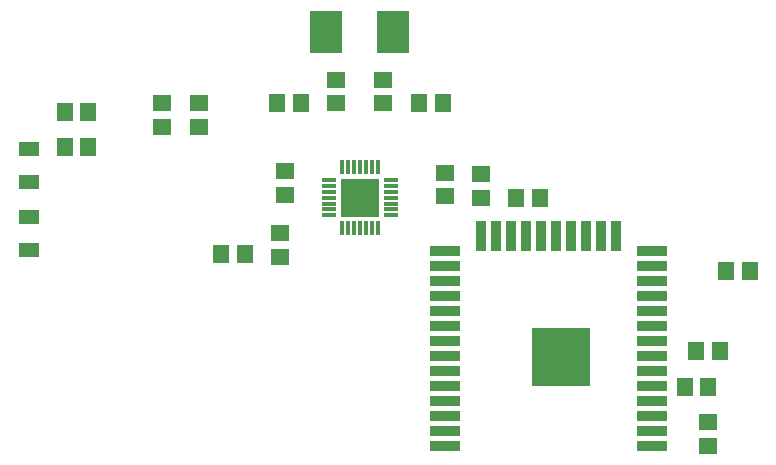
<source format=gtp>
G04*
G04 #@! TF.GenerationSoftware,Altium Limited,Altium Designer,18.1.7 (191)*
G04*
G04 Layer_Color=8421504*
%FSLAX44Y44*%
%MOMM*%
G71*
G01*
G75*
%ADD14R,2.5000X0.9000*%
%ADD15R,0.9000X2.5000*%
%ADD16R,5.0000X5.0000*%
%ADD17R,3.3000X3.3000*%
%ADD18R,1.2000X0.3000*%
%ADD19R,0.3000X1.2000*%
%ADD20R,1.5000X1.4000*%
%ADD21R,1.4000X1.5000*%
%ADD22R,1.8000X1.2000*%
%ADD23R,2.7000X3.6000*%
D14*
X572500Y250000D02*
D03*
Y262700D02*
D03*
Y275400D02*
D03*
Y288100D02*
D03*
Y300800D02*
D03*
Y313500D02*
D03*
Y326200D02*
D03*
Y415100D02*
D03*
Y402400D02*
D03*
Y389700D02*
D03*
Y377000D02*
D03*
Y364300D02*
D03*
Y351600D02*
D03*
Y338900D02*
D03*
X747500D02*
D03*
Y351600D02*
D03*
Y364300D02*
D03*
Y377000D02*
D03*
Y389700D02*
D03*
Y402400D02*
D03*
Y415100D02*
D03*
Y326200D02*
D03*
Y313500D02*
D03*
Y300800D02*
D03*
Y288100D02*
D03*
Y275400D02*
D03*
Y262700D02*
D03*
Y250000D02*
D03*
D15*
X615550Y427600D02*
D03*
X602850D02*
D03*
X717150D02*
D03*
X628250D02*
D03*
X640950D02*
D03*
X653650D02*
D03*
X666350D02*
D03*
X679050D02*
D03*
X691750D02*
D03*
X704450D02*
D03*
D16*
X670000Y324900D02*
D03*
D17*
X500001Y459999D02*
D03*
D18*
X474000Y475000D02*
D03*
Y470000D02*
D03*
Y465000D02*
D03*
Y460000D02*
D03*
Y455000D02*
D03*
Y450000D02*
D03*
Y445000D02*
D03*
X526000Y445000D02*
D03*
Y450000D02*
D03*
Y455000D02*
D03*
Y460000D02*
D03*
Y465000D02*
D03*
Y470000D02*
D03*
Y475000D02*
D03*
D19*
X515000Y486000D02*
D03*
X510000D02*
D03*
X505000D02*
D03*
X500000D02*
D03*
X495000D02*
D03*
X490000D02*
D03*
X485000D02*
D03*
X515000Y434000D02*
D03*
X510000D02*
D03*
X505000D02*
D03*
X500000D02*
D03*
X495000D02*
D03*
X490000D02*
D03*
X485000D02*
D03*
D20*
X432500Y410000D02*
D03*
Y430000D02*
D03*
X332500Y520000D02*
D03*
Y540000D02*
D03*
X520000D02*
D03*
Y560000D02*
D03*
X480000Y540000D02*
D03*
Y560000D02*
D03*
X572500Y481000D02*
D03*
Y461000D02*
D03*
X436250Y482500D02*
D03*
Y462500D02*
D03*
X602500Y480000D02*
D03*
Y460000D02*
D03*
X363750Y540000D02*
D03*
Y520000D02*
D03*
X795200Y250000D02*
D03*
Y270000D02*
D03*
D21*
X785000Y330000D02*
D03*
X805000D02*
D03*
X652500Y460001D02*
D03*
X632500D02*
D03*
X270000Y532500D02*
D03*
X250000D02*
D03*
X402498Y412500D02*
D03*
X382498D02*
D03*
X810000Y397500D02*
D03*
X830000D02*
D03*
X795000Y300000D02*
D03*
X775000D02*
D03*
X430000Y540000D02*
D03*
X450000D02*
D03*
X570000D02*
D03*
X550000D02*
D03*
X270000Y502500D02*
D03*
X250000D02*
D03*
D22*
X220000Y501500D02*
D03*
Y473500D02*
D03*
Y444000D02*
D03*
Y416000D02*
D03*
D23*
X471500Y600000D02*
D03*
X528500D02*
D03*
M02*

</source>
